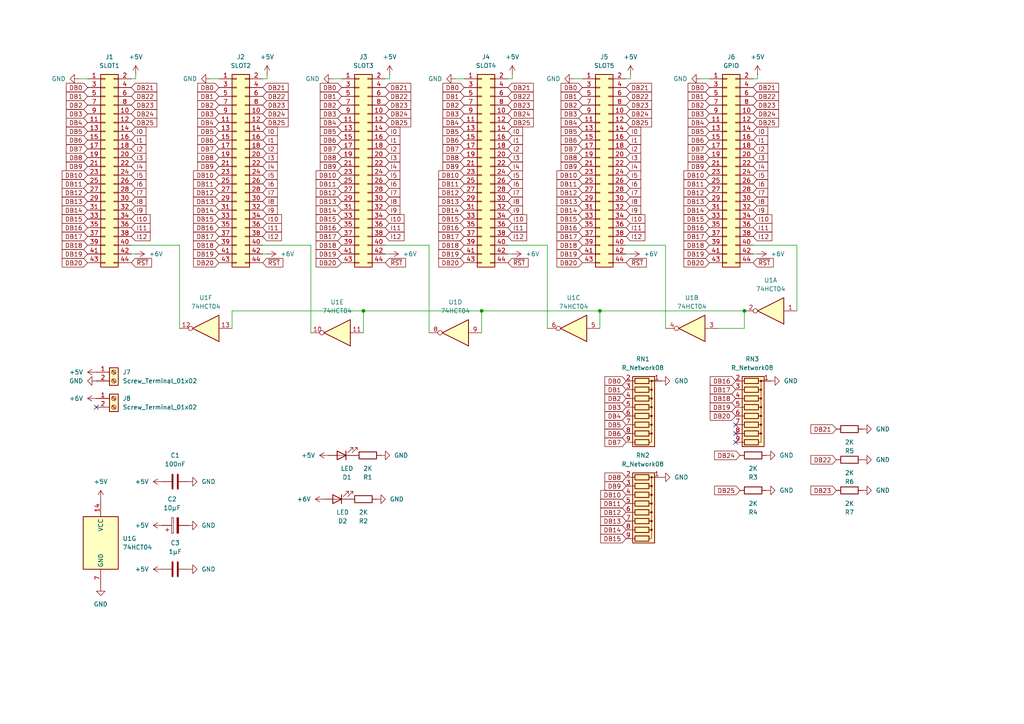
<source format=kicad_sch>
(kicad_sch (version 20231120) (generator "eeschema") (generator_version "8.0")
  (paper "A4")
  (junction (at 215.9 90.17))
  (junction (at 105.41 90.17))
  (junction (at 139.7 90.17))
  (junction (at 173.99 90.17))
  (no_connect (at 213.36 125.73))
  (no_connect (at 213.36 123.19))
  (no_connect (at 27.94 118.11))
  (no_connect (at 213.36 128.27))
  (wire (pts (xy 52.07 71.12) (xy 52.07 95.25)))
  (wire (pts (xy 39.37 22.86) (xy 38.1 22.86)))
  (wire (pts (xy 96.52 22.86) (xy 99.06 22.86)))
  (wire (pts (xy 158.75 95.25) (xy 158.75 71.12)))
  (wire (pts (xy 203.2 22.86) (xy 205.74 22.86)))
  (wire (pts (xy 105.41 96.52) (xy 105.41 90.17)))
  (wire (pts (xy 181.61 73.66) (xy 182.88 73.66)))
  (wire (pts (xy 147.32 73.66) (xy 148.59 73.66)))
  (wire (pts (xy 111.76 73.66) (xy 113.03 73.66)))
  (wire (pts (xy 219.71 22.86) (xy 218.44 22.86)))
  (wire (pts (xy 38.1 71.12) (xy 52.07 71.12)))
  (wire (pts (xy 139.7 96.52) (xy 139.7 90.17)))
  (wire (pts (xy 76.2 71.12) (xy 90.17 71.12)))
  (wire (pts (xy 67.31 95.25) (xy 67.31 90.17)))
  (wire (pts (xy 67.31 90.17) (xy 105.41 90.17)))
  (wire (pts (xy 39.37 21.59) (xy 39.37 22.86)))
  (wire (pts (xy 182.88 21.59) (xy 182.88 22.86)))
  (wire (pts (xy 173.99 95.25) (xy 173.99 90.17)))
  (wire (pts (xy 193.04 95.25) (xy 193.04 71.12)))
  (wire (pts (xy 77.47 21.59) (xy 77.47 22.86)))
  (wire (pts (xy 139.7 90.17) (xy 173.99 90.17)))
  (wire (pts (xy 173.99 90.17) (xy 215.9 90.17)))
  (wire (pts (xy 215.9 95.25) (xy 208.28 95.25)))
  (wire (pts (xy 148.59 22.86) (xy 147.32 22.86)))
  (wire (pts (xy 231.14 71.12) (xy 231.14 90.17)))
  (wire (pts (xy 166.37 22.86) (xy 168.91 22.86)))
  (wire (pts (xy 215.9 90.17) (xy 215.9 95.25)))
  (wire (pts (xy 60.96 22.86) (xy 63.5 22.86)))
  (wire (pts (xy 113.03 21.59) (xy 113.03 22.86)))
  (wire (pts (xy 132.08 22.86) (xy 134.62 22.86)))
  (wire (pts (xy 148.59 21.59) (xy 148.59 22.86)))
  (wire (pts (xy 124.46 71.12) (xy 124.46 96.52)))
  (wire (pts (xy 113.03 22.86) (xy 111.76 22.86)))
  (wire (pts (xy 182.88 22.86) (xy 181.61 22.86)))
  (wire (pts (xy 158.75 71.12) (xy 147.32 71.12)))
  (wire (pts (xy 76.2 73.66) (xy 77.47 73.66)))
  (wire (pts (xy 105.41 90.17) (xy 139.7 90.17)))
  (wire (pts (xy 22.86 22.86) (xy 25.4 22.86)))
  (wire (pts (xy 193.04 71.12) (xy 181.61 71.12)))
  (wire (pts (xy 38.1 73.66) (xy 39.37 73.66)))
  (wire (pts (xy 77.47 22.86) (xy 76.2 22.86)))
  (wire (pts (xy 218.44 73.66) (xy 219.71 73.66)))
  (wire (pts (xy 219.71 21.59) (xy 219.71 22.86)))
  (wire (pts (xy 111.76 71.12) (xy 124.46 71.12)))
  (wire (pts (xy 218.44 71.12) (xy 231.14 71.12)))
  (wire (pts (xy 90.17 71.12) (xy 90.17 96.52)))
  (global_label "DB24" (shape input) (at 218.44 33.02 0) (property "Intersheetrefs" "${INTERSHEET_REFS}" (effects (hide yes))))
  (global_label "I2" (shape input) (at 147.32 43.18 0) (property "Intersheetrefs" "${INTERSHEET_REFS}" (effects (hide yes))))
  (global_label "DB21" (shape input) (at 218.44 25.4 0) (property "Intersheetrefs" "${INTERSHEET_REFS}" (effects (hide yes))))
  (global_label "DB22" (shape input) (at 181.61 27.94 0) (property "Intersheetrefs" "${INTERSHEET_REFS}" (effects (hide yes))))
  (global_label "DB3" (shape input) (at 134.62 33.02 180) (property "Intersheetrefs" "${INTERSHEET_REFS}" (effects (hide yes))))
  (global_label "DB18" (shape input) (at 63.5 71.12 180) (property "Intersheetrefs" "${INTERSHEET_REFS}" (effects (hide yes))))
  (global_label "DB19" (shape input) (at 213.36 118.11 180) (property "Intersheetrefs" "${INTERSHEET_REFS}" (effects (hide yes))))
  (global_label "DB3" (shape input) (at 25.4 33.02 180) (property "Intersheetrefs" "${INTERSHEET_REFS}" (effects (hide yes))))
  (global_label "DB1" (shape input) (at 63.5 27.94 180) (property "Intersheetrefs" "${INTERSHEET_REFS}" (effects (hide yes))))
  (global_label "DB17" (shape input) (at 168.91 68.58 180) (property "Intersheetrefs" "${INTERSHEET_REFS}" (effects (hide yes))))
  (global_label "I5" (shape input) (at 111.76 50.8 0) (property "Intersheetrefs" "${INTERSHEET_REFS}" (effects (hide yes))))
  (global_label "DB15" (shape input) (at 205.74 63.5 180) (property "Intersheetrefs" "${INTERSHEET_REFS}" (effects (hide yes))))
  (global_label "DB7" (shape input) (at 205.74 43.18 180) (property "Intersheetrefs" "${INTERSHEET_REFS}" (effects (hide yes))))
  (global_label "I9" (shape input) (at 111.76 60.96 0) (property "Intersheetrefs" "${INTERSHEET_REFS}" (effects (hide yes))))
  (global_label "DB5" (shape input) (at 63.5 38.1 180) (property "Intersheetrefs" "${INTERSHEET_REFS}" (effects (hide yes))))
  (global_label "DB24" (shape input) (at 214.63 132.08 180) (property "Intersheetrefs" "${INTERSHEET_REFS}" (effects (hide yes))))
  (global_label "DB9" (shape input) (at 25.4 48.26 180) (property "Intersheetrefs" "${INTERSHEET_REFS}" (effects (hide yes))))
  (global_label "DB4" (shape input) (at 99.06 35.56 180) (property "Intersheetrefs" "${INTERSHEET_REFS}" (effects (hide yes))))
  (global_label "I10" (shape input) (at 147.32 63.5 0) (property "Intersheetrefs" "${INTERSHEET_REFS}" (effects (hide yes))))
  (global_label "DB10" (shape input) (at 99.06 50.8 180) (property "Intersheetrefs" "${INTERSHEET_REFS}" (effects (hide yes))))
  (global_label "DB18" (shape input) (at 99.06 71.12 180) (property "Intersheetrefs" "${INTERSHEET_REFS}" (effects (hide yes))))
  (global_label "DB13" (shape input) (at 181.61 151.13 180) (property "Intersheetrefs" "${INTERSHEET_REFS}" (effects (hide yes))))
  (global_label "DB0" (shape input) (at 181.61 110.49 180) (property "Intersheetrefs" "${INTERSHEET_REFS}" (effects (hide yes))))
  (global_label "DB24" (shape input) (at 76.2 33.02 0) (property "Intersheetrefs" "${INTERSHEET_REFS}" (effects (hide yes))))
  (global_label "DB6" (shape input) (at 134.62 40.64 180) (property "Intersheetrefs" "${INTERSHEET_REFS}" (effects (hide yes))))
  (global_label "DB6" (shape input) (at 168.91 40.64 180) (property "Intersheetrefs" "${INTERSHEET_REFS}" (effects (hide yes))))
  (global_label "I12" (shape input) (at 38.1 68.58 0) (property "Intersheetrefs" "${INTERSHEET_REFS}" (effects (hide yes))))
  (global_label "DB3" (shape input) (at 99.06 33.02 180) (property "Intersheetrefs" "${INTERSHEET_REFS}" (effects (hide yes))))
  (global_label "I3" (shape input) (at 181.61 45.72 0) (property "Intersheetrefs" "${INTERSHEET_REFS}" (effects (hide yes))))
  (global_label "DB22" (shape input) (at 76.2 27.94 0) (property "Intersheetrefs" "${INTERSHEET_REFS}" (effects (hide yes))))
  (global_label "DB25" (shape input) (at 76.2 35.56 0) (property "Intersheetrefs" "${INTERSHEET_REFS}" (effects (hide yes))))
  (global_label "DB17" (shape input) (at 213.36 113.03 180) (property "Intersheetrefs" "${INTERSHEET_REFS}" (effects (hide yes))))
  (global_label "DB2" (shape input) (at 134.62 30.48 180) (property "Intersheetrefs" "${INTERSHEET_REFS}" (effects (hide yes))))
  (global_label "I6" (shape input) (at 76.2 53.34 0) (property "Intersheetrefs" "${INTERSHEET_REFS}" (effects (hide yes))))
  (global_label "DB4" (shape input) (at 168.91 35.56 180) (property "Intersheetrefs" "${INTERSHEET_REFS}" (effects (hide yes))))
  (global_label "I1" (shape input) (at 38.1 40.64 0) (property "Intersheetrefs" "${INTERSHEET_REFS}" (effects (hide yes))))
  (global_label "DB19" (shape input) (at 168.91 73.66 180) (property "Intersheetrefs" "${INTERSHEET_REFS}" (effects (hide yes))))
  (global_label "DB15" (shape input) (at 25.4 63.5 180) (property "Intersheetrefs" "${INTERSHEET_REFS}" (effects (hide yes))))
  (global_label "DB23" (shape input) (at 111.76 30.48 0) (property "Intersheetrefs" "${INTERSHEET_REFS}" (effects (hide yes))))
  (global_label "~{RST}" (shape input) (at 181.61 76.2 0) (property "Intersheetrefs" "${INTERSHEET_REFS}" (effects (hide yes))))
  (global_label "DB19" (shape input) (at 99.06 73.66 180) (property "Intersheetrefs" "${INTERSHEET_REFS}" (effects (hide yes))))
  (global_label "DB18" (shape input) (at 213.36 115.57 180) (property "Intersheetrefs" "${INTERSHEET_REFS}" (effects (hide yes))))
  (global_label "DB19" (shape input) (at 134.62 73.66 180) (property "Intersheetrefs" "${INTERSHEET_REFS}" (effects (hide yes))))
  (global_label "DB3" (shape input) (at 168.91 33.02 180) (property "Intersheetrefs" "${INTERSHEET_REFS}" (effects (hide yes))))
  (global_label "I5" (shape input) (at 76.2 50.8 0) (property "Intersheetrefs" "${INTERSHEET_REFS}" (effects (hide yes))))
  (global_label "I1" (shape input) (at 111.76 40.64 0) (property "Intersheetrefs" "${INTERSHEET_REFS}" (effects (hide yes))))
  (global_label "I10" (shape input) (at 181.61 63.5 0) (property "Intersheetrefs" "${INTERSHEET_REFS}" (effects (hide yes))))
  (global_label "DB8" (shape input) (at 181.61 138.43 180) (property "Intersheetrefs" "${INTERSHEET_REFS}" (effects (hide yes))))
  (global_label "I4" (shape input) (at 76.2 48.26 0) (property "Intersheetrefs" "${INTERSHEET_REFS}" (effects (hide yes))))
  (global_label "DB15" (shape input) (at 134.62 63.5 180) (property "Intersheetrefs" "${INTERSHEET_REFS}" (effects (hide yes))))
  (global_label "DB8" (shape input) (at 25.4 45.72 180) (property "Intersheetrefs" "${INTERSHEET_REFS}" (effects (hide yes))))
  (global_label "DB23" (shape input) (at 242.57 142.24 180) (property "Intersheetrefs" "${INTERSHEET_REFS}" (effects (hide yes))))
  (global_label "DB12" (shape input) (at 63.5 55.88 180) (property "Intersheetrefs" "${INTERSHEET_REFS}" (effects (hide yes))))
  (global_label "I6" (shape input) (at 147.32 53.34 0) (property "Intersheetrefs" "${INTERSHEET_REFS}" (effects (hide yes))))
  (global_label "DB6" (shape input) (at 63.5 40.64 180) (property "Intersheetrefs" "${INTERSHEET_REFS}" (effects (hide yes))))
  (global_label "DB20" (shape input) (at 205.74 76.2 180) (property "Intersheetrefs" "${INTERSHEET_REFS}" (effects (hide yes))))
  (global_label "I7" (shape input) (at 218.44 55.88 0) (property "Intersheetrefs" "${INTERSHEET_REFS}" (effects (hide yes))))
  (global_label "DB10" (shape input) (at 168.91 50.8 180) (property "Intersheetrefs" "${INTERSHEET_REFS}" (effects (hide yes))))
  (global_label "DB16" (shape input) (at 205.74 66.04 180) (property "Intersheetrefs" "${INTERSHEET_REFS}" (effects (hide yes))))
  (global_label "DB18" (shape input) (at 134.62 71.12 180) (property "Intersheetrefs" "${INTERSHEET_REFS}" (effects (hide yes))))
  (global_label "I0" (shape input) (at 111.76 38.1 0) (property "Intersheetrefs" "${INTERSHEET_REFS}" (effects (hide yes))))
  (global_label "DB7" (shape input) (at 99.06 43.18 180) (property "Intersheetrefs" "${INTERSHEET_REFS}" (effects (hide yes))))
  (global_label "I7" (shape input) (at 76.2 55.88 0) (property "Intersheetrefs" "${INTERSHEET_REFS}" (effects (hide yes))))
  (global_label "I3" (shape input) (at 147.32 45.72 0) (property "Intersheetrefs" "${INTERSHEET_REFS}" (effects (hide yes))))
  (global_label "DB12" (shape input) (at 134.62 55.88 180) (property "Intersheetrefs" "${INTERSHEET_REFS}" (effects (hide yes))))
  (global_label "DB17" (shape input) (at 205.74 68.58 180) (property "Intersheetrefs" "${INTERSHEET_REFS}" (effects (hide yes))))
  (global_label "I11" (shape input) (at 218.44 66.04 0) (property "Intersheetrefs" "${INTERSHEET_REFS}" (effects (hide yes))))
  (global_label "DB22" (shape input) (at 38.1 27.94 0) (property "Intersheetrefs" "${INTERSHEET_REFS}" (effects (hide yes))))
  (global_label "DB0" (shape input) (at 63.5 25.4 180) (property "Intersheetrefs" "${INTERSHEET_REFS}" (effects (hide yes))))
  (global_label "DB2" (shape input) (at 168.91 30.48 180) (property "Intersheetrefs" "${INTERSHEET_REFS}" (effects (hide yes))))
  (global_label "I12" (shape input) (at 147.32 68.58 0) (property "Intersheetrefs" "${INTERSHEET_REFS}" (effects (hide yes))))
  (global_label "DB0" (shape input) (at 205.74 25.4 180) (property "Intersheetrefs" "${INTERSHEET_REFS}" (effects (hide yes))))
  (global_label "DB19" (shape input) (at 63.5 73.66 180) (property "Intersheetrefs" "${INTERSHEET_REFS}" (effects (hide yes))))
  (global_label "DB21" (shape input) (at 242.57 124.46 180) (property "Intersheetrefs" "${INTERSHEET_REFS}" (effects (hide yes))))
  (global_label "I10" (shape input) (at 218.44 63.5 0) (property "Intersheetrefs" "${INTERSHEET_REFS}" (effects (hide yes))))
  (global_label "I2" (shape input) (at 111.76 43.18 0) (property "Intersheetrefs" "${INTERSHEET_REFS}" (effects (hide yes))))
  (global_label "DB7" (shape input) (at 181.61 128.27 180) (property "Intersheetrefs" "${INTERSHEET_REFS}" (effects (hide yes))))
  (global_label "DB20" (shape input) (at 99.06 76.2 180) (property "Intersheetrefs" "${INTERSHEET_REFS}" (effects (hide yes))))
  (global_label "DB10" (shape input) (at 205.74 50.8 180) (property "Intersheetrefs" "${INTERSHEET_REFS}" (effects (hide yes))))
  (global_label "I7" (shape input) (at 181.61 55.88 0) (property "Intersheetrefs" "${INTERSHEET_REFS}" (effects (hide yes))))
  (global_label "I1" (shape input) (at 76.2 40.64 0) (property "Intersheetrefs" "${INTERSHEET_REFS}" (effects (hide yes))))
  (global_label "DB2" (shape input) (at 99.06 30.48 180) (property "Intersheetrefs" "${INTERSHEET_REFS}" (effects (hide yes))))
  (global_label "DB21" (shape input) (at 76.2 25.4 0) (property "Intersheetrefs" "${INTERSHEET_REFS}" (effects (hide yes))))
  (global_label "I2" (shape input) (at 218.44 43.18 0) (property "Intersheetrefs" "${INTERSHEET_REFS}" (effects (hide yes))))
  (global_label "I8" (shape input) (at 38.1 58.42 0) (property "Intersheetrefs" "${INTERSHEET_REFS}" (effects (hide yes))))
  (global_label "I10" (shape input) (at 111.76 63.5 0) (property "Intersheetrefs" "${INTERSHEET_REFS}" (effects (hide yes))))
  (global_label "DB16" (shape input) (at 99.06 66.04 180) (property "Intersheetrefs" "${INTERSHEET_REFS}" (effects (hide yes))))
  (global_label "DB1" (shape input) (at 168.91 27.94 180) (property "Intersheetrefs" "${INTERSHEET_REFS}" (effects (hide yes))))
  (global_label "DB23" (shape input) (at 218.44 30.48 0) (property "Intersheetrefs" "${INTERSHEET_REFS}" (effects (hide yes))))
  (global_label "DB15" (shape input) (at 181.61 156.21 180) (property "Intersheetrefs" "${INTERSHEET_REFS}" (effects (hide yes))))
  (global_label "~{RST}" (shape input) (at 147.32 76.2 0) (property "Intersheetrefs" "${INTERSHEET_REFS}" (effects (hide yes))))
  (global_label "I11" (shape input) (at 147.32 66.04 0) (property "Intersheetrefs" "${INTERSHEET_REFS}" (effects (hide yes))))
  (global_label "I3" (shape input) (at 218.44 45.72 0) (property "Intersheetrefs" "${INTERSHEET_REFS}" (effects (hide yes))))
  (global_label "DB9" (shape input) (at 205.74 48.26 180) (property "Intersheetrefs" "${INTERSHEET_REFS}" (effects (hide yes))))
  (global_label "I3" (shape input) (at 111.76 45.72 0) (property "Intersheetrefs" "${INTERSHEET_REFS}" (effects (hide yes))))
  (global_label "DB2" (shape input) (at 181.61 115.57 180) (property "Intersheetrefs" "${INTERSHEET_REFS}" (effects (hide yes))))
  (global_label "~{RST}" (shape input) (at 76.2 76.2 0) (property "Intersheetrefs" "${INTERSHEET_REFS}" (effects (hide yes))))
  (global_label "I1" (shape input) (at 147.32 40.64 0) (property "Intersheetrefs" "${INTERSHEET_REFS}" (effects (hide yes))))
  (global_label "DB17" (shape input) (at 134.62 68.58 180) (property "Intersheetrefs" "${INTERSHEET_REFS}" (effects (hide yes))))
  (global_label "DB20" (shape input) (at 63.5 76.2 180) (property "Intersheetrefs" "${INTERSHEET_REFS}" (effects (hide yes))))
  (global_label "I9" (shape input) (at 181.61 60.96 0) (property "Intersheetrefs" "${INTERSHEET_REFS}" (effects (hide yes))))
  (global_label "DB8" (shape input) (at 63.5 45.72 180) (property "Intersheetrefs" "${INTERSHEET_REFS}" (effects (hide yes))))
  (global_label "I9" (shape input) (at 76.2 60.96 0) (property "Intersheetrefs" "${INTERSHEET_REFS}" (effects (hide yes))))
  (global_label "I6" (shape input) (at 181.61 53.34 0) (property "Intersheetrefs" "${INTERSHEET_REFS}" (effects (hide yes))))
  (global_label "DB6" (shape input) (at 99.06 40.64 180) (property "Intersheetrefs" "${INTERSHEET_REFS}" (effects (hide yes))))
  (global_label "DB5" (shape input) (at 181.61 123.19 180) (property "Intersheetrefs" "${INTERSHEET_REFS}" (effects (hide yes))))
  (global_label "I8" (shape input) (at 111.76 58.42 0) (property "Intersheetrefs" "${INTERSHEET_REFS}" (effects (hide yes))))
  (global_label "I6" (shape input) (at 38.1 53.34 0) (property "Intersheetrefs" "${INTERSHEET_REFS}" (effects (hide yes))))
  (global_label "DB15" (shape input) (at 63.5 63.5 180) (property "Intersheetrefs" "${INTERSHEET_REFS}" (effects (hide yes))))
  (global_label "I5" (shape input) (at 181.61 50.8 0) (property "Intersheetrefs" "${INTERSHEET_REFS}" (effects (hide yes))))
  (global_label "I9" (shape input) (at 147.32 60.96 0) (property "Intersheetrefs" "${INTERSHEET_REFS}" (effects (hide yes))))
  (global_label "I10" (shape input) (at 76.2 63.5 0) (property "Intersheetrefs" "${INTERSHEET_REFS}" (effects (hide yes))))
  (global_label "DB18" (shape input) (at 25.4 71.12 180) (property "Intersheetrefs" "${INTERSHEET_REFS}" (effects (hide yes))))
  (global_label "I5" (shape input) (at 147.32 50.8 0) (property "Intersheetrefs" "${INTERSHEET_REFS}" (effects (hide yes))))
  (global_label "DB7" (shape input) (at 63.5 43.18 180) (property "Intersheetrefs" "${INTERSHEET_REFS}" (effects (hide yes))))
  (global_label "DB21" (shape input) (at 38.1 25.4 0) (property "Intersheetrefs" "${INTERSHEET_REFS}" (effects (hide yes))))
  (global_label "DB10" (shape input) (at 134.62 50.8 180) (property "Intersheetrefs" "${INTERSHEET_REFS}" (effects (hide yes))))
  (global_label "I12" (shape input) (at 181.61 68.58 0) (property "Intersheetrefs" "${INTERSHEET_REFS}" (effects (hide yes))))
  (global_label "DB4" (shape input) (at 205.74 35.56 180) (property "Intersheetrefs" "${INTERSHEET_REFS}" (effects (hide yes))))
  (global_label "I11" (shape input) (at 181.61 66.04 0) (property "Intersheetrefs" "${INTERSHEET_REFS}" (effects (hide yes))))
  (global_label "DB12" (shape input) (at 205.74 55.88 180) (property "Intersheetrefs" "${INTERSHEET_REFS}" (effects (hide yes))))
  (global_label "DB1" (shape input) (at 205.74 27.94 180) (property "Intersheetrefs" "${INTERSHEET_REFS}" (effects (hide yes))))
  (global_label "I4" (shape input) (at 218.44 48.26 0) (property "Intersheetrefs" "${INTERSHEET_REFS}" (effects (hide yes))))
  (global_label "DB4" (shape input) (at 25.4 35.56 180) (property "Intersheetrefs" "${INTERSHEET_REFS}" (effects (hide yes))))
  (global_label "I2" (shape input) (at 76.2 43.18 0) (property "Intersheetrefs" "${INTERSHEET_REFS}" (effects (hide yes))))
  (global_label "~{RST}" (shape input) (at 218.44 76.2 0) (property "Intersheetrefs" "${INTERSHEET_REFS}" (effects (hide yes))))
  (global_label "DB17" (shape input) (at 63.5 68.58 180) (property "Intersheetrefs" "${INTERSHEET_REFS}" (effects (hide yes))))
  (global_label "DB2" (shape input) (at 205.74 30.48 180) (property "Intersheetrefs" "${INTERSHEET_REFS}" (effects (hide yes))))
  (global_label "I7" (shape input) (at 111.76 55.88 0) (property "Intersheetrefs" "${INTERSHEET_REFS}" (effects (hide yes))))
  (global_label "DB24" (shape input) (at 181.61 33.02 0) (property "Intersheetrefs" "${INTERSHEET_REFS}" (effects (hide yes))))
  (global_label "DB10" (shape input) (at 25.4 50.8 180) (property "Intersheetrefs" "${INTERSHEET_REFS}" (effects (hide yes))))
  (global_label "DB20" (shape input) (at 25.4 76.2 180) (property "Intersheetrefs" "${INTERSHEET_REFS}" (effects (hide yes))))
  (global_label "I3" (shape input) (at 38.1 45.72 0) (property "Intersheetrefs" "${INTERSHEET_REFS}" (effects (hide yes))))
  (global_label "DB25" (shape input) (at 111.76 35.56 0) (property "Intersheetrefs" "${INTERSHEET_REFS}" (effects (hide yes))))
  (global_label "I0" (shape input) (at 181.61 38.1 0) (property "Intersheetrefs" "${INTERSHEET_REFS}" (effects (hide yes))))
  (global_label "DB7" (shape input) (at 134.62 43.18 180) (property "Intersheetrefs" "${INTERSHEET_REFS}" (effects (hide yes))))
  (global_label "DB9" (shape input) (at 134.62 48.26 180) (property "Intersheetrefs" "${INTERSHEET_REFS}" (effects (hide yes))))
  (global_label "I11" (shape input) (at 38.1 66.04 0) (property "Intersheetrefs" "${INTERSHEET_REFS}" (effects (hide yes))))
  (global_label "I9" (shape input) (at 218.44 60.96 0) (property "Intersheetrefs" "${INTERSHEET_REFS}" (effects (hide yes))))
  (global_label "DB14" (shape input) (at 99.06 60.96 180) (property "Intersheetrefs" "${INTERSHEET_REFS}" (effects (hide yes))))
  (global_label "DB5" (shape input) (at 25.4 38.1 180) (property "Intersheetrefs" "${INTERSHEET_REFS}" (effects (hide yes))))
  (global_label "DB3" (shape input) (at 205.74 33.02 180) (property "Intersheetrefs" "${INTERSHEET_REFS}" (effects (hide yes))))
  (global_label "I4" (shape input) (at 111.76 48.26 0) (property "Intersheetrefs" "${INTERSHEET_REFS}" (effects (hide yes))))
  (global_label "DB25" (shape input) (at 38.1 35.56 0) (property "Intersheetrefs" "${INTERSHEET_REFS}" (effects (hide yes))))
  (global_label "DB1" (shape input) (at 25.4 27.94 180) (property "Intersheetrefs" "${INTERSHEET_REFS}" (effects (hide yes))))
  (global_label "DB5" (shape input) (at 168.91 38.1 180) (property "Intersheetrefs" "${INTERSHEET_REFS}" (effects (hide yes))))
  (global_label "DB23" (shape input) (at 181.61 30.48 0) (property "Intersheetrefs" "${INTERSHEET_REFS}" (effects (hide yes))))
  (global_label "DB21" (shape input) (at 147.32 25.4 0) (property "Intersheetrefs" "${INTERSHEET_REFS}" (effects (hide yes))))
  (global_label "DB20" (shape input) (at 213.36 120.65 180) (property "Intersheetrefs" "${INTERSHEET_REFS}" (effects (hide yes))))
  (global_label "DB3" (shape input) (at 63.5 33.02 180) (property "Intersheetrefs" "${INTERSHEET_REFS}" (effects (hide yes))))
  (global_label "I0" (shape input) (at 147.32 38.1 0) (property "Intersheetrefs" "${INTERSHEET_REFS}" (effects (hide yes))))
  (global_label "DB19" (shape input) (at 25.4 73.66 180) (property "Intersheetrefs" "${INTERSHEET_REFS}" (effects (hide yes))))
  (global_label "DB9" (shape input) (at 99.06 48.26 180) (property "Intersheetrefs" "${INTERSHEET_REFS}" (effects (hide yes))))
  (global_label "DB5" (shape input) (at 99.06 38.1 180) (property "Intersheetrefs" "${INTERSHEET_REFS}" (effects (hide yes))))
  (global_label "DB4" (shape input) (at 134.62 35.56 180) (property "Intersheetrefs" "${INTERSHEET_REFS}" (effects (hide yes))))
  (global_label "DB25" (shape input) (at 181.61 35.56 0) (property "Intersheetrefs" "${INTERSHEET_REFS}" (effects (hide yes))))
  (global_label "DB1" (shape input) (at 134.62 27.94 180) (property "Intersheetrefs" "${INTERSHEET_REFS}" (effects (hide yes))))
  (global_label "DB12" (shape input) (at 181.61 148.59 180) (property "Intersheetrefs" "${INTERSHEET_REFS}" (effects (hide yes))))
  (global_label "DB16" (shape input) (at 168.91 66.04 180) (property "Intersheetrefs" "${INTERSHEET_REFS}" (effects (hide yes))))
  (global_label "DB11" (shape input) (at 25.4 53.34 180) (property "Intersheetrefs" "${INTERSHEET_REFS}" (effects (hide yes))))
  (global_label "DB21" (shape input) (at 111.76 25.4 0) (property "Intersheetrefs" "${INTERSHEET_REFS}" (effects (hide yes))))
  (global_label "I6" (shape input) (at 111.76 53.34 0) (property "Intersheetrefs" "${INTERSHEET_REFS}" (effects (hide yes))))
  (global_label "DB14" (shape input) (at 134.62 60.96 180) (property "Intersheetrefs" "${INTERSHEET_REFS}" (effects (hide yes))))
  (global_label "DB13" (shape input) (at 99.06 58.42 180) (property "Intersheetrefs" "${INTERSHEET_REFS}" (effects (hide yes))))
  (global_label "DB22" (shape input) (at 147.32 27.94 0) (property "Intersheetrefs" "${INTERSHEET_REFS}" (effects (hide yes))))
  (global_label "DB7" (shape input) (at 168.91 43.18 180) (property "Intersheetrefs" "${INTERSHEET_REFS}" (effects (hide yes))))
  (global_label "I0" (shape input) (at 76.2 38.1 0) (property "Intersheetrefs" "${INTERSHEET_REFS}" (effects (hide yes))))
  (global_label "DB24" (shape input) (at 147.32 33.02 0) (property "Intersheetrefs" "${INTERSHEET_REFS}" (effects (hide yes))))
  (global_label "DB10" (shape input) (at 181.61 143.51 180) (property "Intersheetrefs" "${INTERSHEET_REFS}" (effects (hide yes))))
  (global_label "I6" (shape input) (at 218.44 53.34 0) (property "Intersheetrefs" "${INTERSHEET_REFS}" (effects (hide yes))))
  (global_label "DB22" (shape input) (at 111.76 27.94 0) (property "Intersheetrefs" "${INTERSHEET_REFS}" (effects (hide yes))))
  (global_label "I12" (shape input) (at 76.2 68.58 0) (property "Intersheetrefs" "${INTERSHEET_REFS}" (effects (hide yes))))
  (global_label "DB22" (shape input) (at 242.57 133.35 180) (property "Intersheetrefs" "${INTERSHEET_REFS}" (effects (hide yes))))
  (global_label "I0" (shape input) (at 218.44 38.1 0) (property "Intersheetrefs" "${INTERSHEET_REFS}" (effects (hide yes))))
  (global_label "DB2" (shape input) (at 25.4 30.48 180) (property "Intersheetrefs" "${INTERSHEET_REFS}" (effects (hide yes))))
  (global_label "DB0" (shape input) (at 99.06 25.4 180) (property "Intersheetrefs" "${INTERSHEET_REFS}" (effects (hide yes))))
  (global_label "DB15" (shape input) (at 168.91 63.5 180) (property "Intersheetrefs" "${INTERSHEET_REFS}" (effects (hide yes))))
  (global_label "I0" (shape input) (at 38.1 38.1 0) (property "Intersheetrefs" "${INTERSHEET_REFS}" (effects (hide yes))))
  (global_label "DB2" (shape input) (at 63.5 30.48 180) (property "Intersheetrefs" "${INTERSHEET_REFS}" (effects (hide yes))))
  (global_label "DB0" (shape input) (at 134.62 25.4 180) (property "Intersheetrefs" "${INTERSHEET_REFS}" (effects (hide yes))))
  (global_label "I8" (shape input) (at 218.44 58.42 0) (property "Intersheetrefs" "${INTERSHEET_REFS}" (effects (hide yes))))
  (global_label "DB8" (shape input) (at 134.62 45.72 180) (property "Intersheetrefs" "${INTERSHEET_REFS}" (effects (hide yes))))
  (global_label "DB13" (shape input) (at 63.5 58.42 180) (property "Intersheetrefs" "${INTERSHEET_REFS}" (effects (hide yes))))
  (global_label "DB24" (shape input) (at 38.1 33.02 0) (property "Intersheetrefs" "${INTERSHEET_REFS}" (effects (hide yes))))
  (global_label "DB8" (shape input) (at 205.74 45.72 180) (property "Intersheetrefs" "${INTERSHEET_REFS}" (effects (hide yes))))
  (global_label "I12" (shape input) (at 111.76 68.58 0) (property "Intersheetrefs" "${INTERSHEET_REFS}" (effects (hide yes))))
  (global_label "DB25" (shape input) (at 214.63 142.24 180) (property "Intersheetrefs" "${INTERSHEET_REFS}" (effects (hide yes))))
  (global_label "I7" (shape input) (at 147.32 55.88 0) (property "Intersheetrefs" "${INTERSHEET_REFS}" (effects (hide yes))))
  (global_label "I8" (shape input) (at 76.2 58.42 0) (property "Intersheetrefs" "${INTERSHEET_REFS}" (effects (hide yes))))
  (global_label "I11" (shape input) (at 111.76 66.04 0) (property "Intersheetrefs" "${INTERSHEET_REFS}" (effects (hide yes))))
  (global_label "DB16" (shape input) (at 213.36 110.49 180) (property "Intersheetrefs" "${INTERSHEET_REFS}" (effects (hide yes))))
  (global_label "I4" (shape input) (at 147.32 48.26 0) (property "Intersheetrefs" "${INTERSHEET_REFS}" (effects (hide yes))))
  (global_label "DB18" (shape input) (at 168.91 71.12 180) (property "Intersheetrefs" "${INTERSHEET_REFS}" (effects (hide yes))))
  (global_label "DB1" (shape input) (at 181.61 113.03 180) (property "Intersheetrefs" "${INTERSHEET_REFS}" (effects (hide yes))))
  (global_label "I1" (shape input) (at 218.44 40.64 0) (property "Intersheetrefs" "${INTERSHEET_REFS}" (effects (hide yes))))
  (global_label "DB16" (shape input) (at 63.5 66.04 180) (property "Intersheetrefs" "${INTERSHEET_REFS}" (effects (hide yes))))
  (global_label "I8" (shape input) (at 147.32 58.42 0) (property "Intersheetrefs" "${INTERSHEET_REFS}" (effects (hide yes))))
  (global_label "DB18" (shape input) (at 205.74 71.12 180) (property "Intersheetrefs" "${INTERSHEET_REFS}" (effects (hide yes))))
  (global_label "DB14" (shape input) (at 25.4 60.96 180) (property "Intersheetrefs" "${INTERSHEET_REFS}" (effects (hide yes))))
  (global_label "DB8" (shape input) (at 168.91 45.72 180) (property "Intersheetrefs" "${INTERSHEET_REFS}" (effects (hide yes))))
  (global_label "DB6" (shape input) (at 25.4 40.64 180) (property "Intersheetrefs" "${INTERSHEET_REFS}" (effects (hide yes))))
  (global_label "DB11" (shape input) (at 63.5 53.34 180) (property "Intersheetrefs" "${INTERSHEET_REFS}" (effects (hide yes))))
  (global_label "~{RST}" (shape input) (at 111.76 76.2 0) (property "Intersheetrefs" "${INTERSHEET_REFS}" (effects (hide yes))))
  (global_label "DB16" (shape input) (at 134.62 66.04 180) (property "Intersheetrefs" "${INTERSHEET_REFS}" (effects (hide yes))))
  (global_label "DB21" (shape input) (at 181.61 25.4 0) (property "Intersheetrefs" "${INTERSHEET_REFS}" (effects (hide yes))))
  (global_label "DB14" (shape input) (at 168.91 60.96 180) (property "Intersheetrefs" "${INTERSHEET_REFS}" (effects (hide yes))))
  (global_label "DB0" (shape input) (at 25.4 25.4 180) (property "Intersheetrefs" "${INTERSHEET_REFS}" (effects (hide yes))))
  (global_label "DB7" (shape input) (at 25.4 43.18 180) (property "Intersheetrefs" "${INTERSHEET_REFS}" (effects (hide yes))))
  (global_label "DB8" (shape input) (at 99.06 45.72 180) (property "Intersheetrefs" "${INTERSHEET_REFS}" (effects (hide yes))))
  (global_label "I1" (shape input) (at 181.61 40.64 0) (property "Intersheetrefs" "${INTERSHEET_REFS}" (effects (hide yes))))
  (global_label "DB13" (shape input) (at 205.74 58.42 180) (property "Intersheetrefs" "${INTERSHEET_REFS}" (effects (hide yes))))
  (global_label "DB12" (shape input) (at 25.4 55.88 180) (property "Intersheetrefs" "${INTERSHEET_REFS}" (effects (hide yes))))
  (global_label "DB14" (shape input) (at 181.61 153.67 180) (property "Intersheetrefs" "${INTERSHEET_REFS}" (effects (hide yes))))
  (global_label "I9" (shape input) (at 38.1 60.96 0) (property "Intersheetrefs" "${INTERSHEET_REFS}" (effects (hide yes))))
  (global_label "DB9" (shape input) (at 168.91 48.26 180) (property "Intersheetrefs" "${INTERSHEET_REFS}" (effects (hide yes))))
  (global_label "DB0" (shape input) (at 168.91 25.4 180) (property "Intersheetrefs" "${INTERSHEET_REFS}" (effects (hide yes))))
  (global_label "DB11" (shape input) (at 134.62 53.34 180) (property "Intersheetrefs" "${INTERSHEET_REFS}" (effects (hide yes))))
  (global_label "I4" (shape input) (at 38.1 48.26 0) (property "Intersheetrefs" "${INTERSHEET_REFS}" (effects (hide yes))))
  (global_label "DB23" (shape input) (at 38.1 30.48 0) (property "Intersheetrefs" "${INTERSHEET_REFS}" (effects (hide yes))))
  (global_label "DB23" (shape input) (at 147.32 30.48 0) (property "Intersheetrefs" "${INTERSHEET_REFS}" (effects (hide yes))))
  (global_label "DB4" (shape input) (at 63.5 35.56 180) (property "Intersheetrefs" "${INTERSHEET_REFS}" (effects (hide yes))))
  (global_label "DB9" (shape input) (at 181.61 140.97 180) (property "Intersheetrefs" "${INTERSHEET_REFS}" (effects (hide yes))))
  (global_label "DB4" (shape input) (at 181.61 120.65 180) (property "Intersheetrefs" "${INTERSHEET_REFS}" (effects (hide yes))))
  (global_label "I4" (shape input) (at 181.61 48.26 0) (property "Intersheetrefs" "${INTERSHEET_REFS}" (effects (hide yes))))
  (global_label "DB5" (shape input) (at 134.62 38.1 180) (property "Intersheetrefs" "${INTERSHEET_REFS}" (effects (hide yes))))
  (global_label "DB25" (shape input) (at 218.44 35.56 0) (property "Intersheetrefs" "${INTERSHEET_REFS}" (effects (hide yes))))
  (global_label "DB17" (shape input) (at 25.4 68.58 180) (property "Intersheetrefs" "${INTERSHEET_REFS}" (effects (hide yes))))
  (global_label "DB6" (shape input) (at 181.61 125.73 180) (property "Intersheetrefs" "${INTERSHEET_REFS}" (effects (hide yes))))
  (global_label "DB5" (shape input) (at 205.74 38.1 180) (property "Intersheetrefs" "${INTERSHEET_REFS}" (effects (hide yes))))
  (global_label "DB15" (shape input) (at 99.06 63.5 180) (property "Intersheetrefs" "${INTERSHEET_REFS}" (effects (hide yes))))
  (global_label "~{RST}" (shape input) (at 38.1 76.2 0) (property "Intersheetrefs" "${INTERSHEET_REFS}" (effects (hide yes))))
  (global_label "DB25" (shape input) (at 147.32 35.56 0) (property "Intersheetrefs" "${INTERSHEET_REFS}" (effects (hide yes))))
  (global_label "DB17" (shape input) (at 99.06 68.58 180) (property "Intersheetrefs" "${INTERSHEET_REFS}" (effects (hide yes))))
  (global_label "DB9" (shape input) (at 63.5 48.26 180) (property "Intersheetrefs" "${INTERSHEET_REFS}" (effects (hide yes))))
  (global_label "DB1" (shape input) (at 99.06 27.94 180) (property "Intersheetrefs" "${INTERSHEET_REFS}" (effects (hide yes))))
  (global_label "DB3" (shape input) (at 181.61 118.11 180) (property "Intersheetrefs" "${INTERSHEET_REFS}" (effects (hide yes))))
  (global_label "DB20" (shape input) (at 134.62 76.2 180) (property "Intersheetrefs" "${INTERSHEET_REFS}" (effects (hide yes))))
  (global_label "DB10" (shape input) (at 63.5 50.8 180) (property "Intersheetrefs" "${INTERSHEET_REFS}" (effects (hide yes))))
  (global_label "DB11" (shape input) (at 181.61 146.05 180) (property "Intersheetrefs" "${INTERSHEET_REFS}" (effects (hide yes))))
  (global_label "DB6" (shape input) (at 205.74 40.64 180) (property "Intersheetrefs" "${INTERSHEET_REFS}" (effects (hide yes))))
  (global_label "I3" (shape input) (at 76.2 45.72 0) (property "Intersheetrefs" "${INTERSHEET_REFS}" (effects (hide yes))))
  (global_label "DB12" (shape input) (at 99.06 55.88 180) (property "Intersheetrefs" "${INTERSHEET_REFS}" (effects (hide yes))))
  (global_label "DB16" (shape input) (at 25.4 66.04 180) (property "Intersheetrefs" "${INTERSHEET_REFS}" (effects (hide yes))))
  (global_label "DB20" (shape input) (at 168.91 76.2 180) (property "Intersheetrefs" "${INTERSHEET_REFS}" (effects (hide yes))))
  (global_label "I10" (shape input) (at 38.1 63.5 0) (property "Intersheetrefs" "${INTERSHEET_REFS}" (effects (hide yes))))
  (global_label "I7" (shape input) (at 38.1 55.88 0) (property "Intersheetrefs" "${INTERSHEET_REFS}" (effects (hide yes))))
  (global_label "I11" (shape input) (at 76.2 66.04 0) (property "Intersheetrefs" "${INTERSHEET_REFS}" (effects (hide yes))))
  (global_label "DB11" (shape input) (at 168.91 53.34 180) (property "Intersheetrefs" "${INTERSHEET_REFS}" (effects (hide yes))))
  (global_label "DB14" (shape input) (at 205.74 60.96 180) (property "Intersheetrefs" "${INTERSHEET_REFS}" (effects (hide yes))))
  (global_label "DB13" (shape input) (at 25.4 58.42 180) (property "Intersheetrefs" "${INTERSHEET_REFS}" (effects (hide yes))))
  (global_label "DB11" (shape input) (at 99.06 53.34 180) (property "Intersheetrefs" "${INTERSHEET_REFS}" (effects (hide yes))))
  (global_label "I12" (shape input) (at 218.44 68.58 0) (property "Intersheetrefs" "${INTERSHEET_REFS}" (effects (hide yes))))
  (global_label "I5" (shape input) (at 38.1 50.8 0) (property "Intersheetrefs" "${INTERSHEET_REFS}" (effects (hide yes))))
  (global_label "I2" (shape input) (at 38.1 43.18 0) (property "Intersheetrefs" "${INTERSHEET_REFS}" (effects (hide yes))))
  (global_label "DB12" (shape input) (at 168.91 55.88 180) (property "Intersheetrefs" "${INTERSHEET_REFS}" (effects (hide yes))))
  (global_label "DB22" (shape input) (at 218.44 27.94 0) (property "Intersheetrefs" "${INTERSHEET_REFS}" (effects (hide yes))))
  (global_label "DB19" (shape input) (at 205.74 73.66 180) (property "Intersheetrefs" "${INTERSHEET_REFS}" (effects (hide yes))))
  (global_label "I5" (shape input) (at 218.44 50.8 0) (property "Intersheetrefs" "${INTERSHEET_REFS}" (effects (hide yes))))
  (global_label "DB11" (shape input) (at 205.74 53.34 180) (property "Intersheetrefs" "${INTERSHEET_REFS}" (effects (hide yes))))
  (global_label "DB14" (shape input) (at 63.5 60.96 180) (property "Intersheetrefs" "${INTERSHEET_REFS}" (effects (hide yes))))
  (global_label "I2" (shape input) (at 181.61 43.18 0) (property "Intersheetrefs" "${INTERSHEET_REFS}" (effects (hide yes))))
  (global_label "I8" (shape input) (at 181.61 58.42 0) (property "Intersheetrefs" "${INTERSHEET_REFS}" (effects (hide yes))))
  (global_label "DB24" (shape input) (at 111.76 33.02 0) (property "Intersheetrefs" "${INTERSHEET_REFS}" (effects (hide yes))))
  (global_label "DB23" (shape input) (at 76.2 30.48 0) (property "Intersheetrefs" "${INTERSHEET_REFS}" (effects (hide yes))))
  (global_label "DB13" (shape input) (at 168.91 58.42 180) (property "Intersheetrefs" "${INTERSHEET_REFS}" (effects (hide yes))))
  (global_label "DB13" (shape input) (at 134.62 58.42 180) (property "Intersheetrefs" "${INTERSHEET_REFS}" (effects (hide yes))))
  (symbol (lib_id "power:+5V") (at 29.21 144.78 0) (unit 1)
    (property "Reference" "#PWR09" (effects (hide yes)))
    (property "Value" "+5V" (at 29.21 139.7 0))
    (property "Description" "Power symbol creates a global label with name \"+5V\"" (effects (hide yes)))
  )
  (symbol (lib_id "power:GND") (at 250.19 142.24 90) (unit 1)
    (property "Reference" "#PWR041" (effects (hide yes)))
    (property "Value" "GND" (at 254 142.2399 90) (effects (justify right)))
    (property "Description" "Power symbol creates a global label with name \"GND\" , ground" (effects (hide yes)))
  )
  (symbol (lib_id "Device:C") (at 50.8 139.7 90) (unit 1)
    (property "Reference" "C1" (at 50.8 132.08 90))
    (property "Value" "100nF" (at 50.8 134.62 90))
    (property "Footprint" "Capacitor_SMD:C_0805_2012Metric_Pad1.18x1.45mm_HandSolder" (effects (hide yes)))
  )
  (symbol (lib_id "power:+6V") (at 27.94 115.57 90) (unit 1)
    (property "Reference" "#PWR031" (effects (hide yes)))
    (property "Value" "+6V" (at 24.13 115.5699 90) (effects (justify left)))
    (property "Description" "Power symbol creates a global label with name \"+6V\"" (effects (hide yes)))
  )
  (symbol (lib_id "power:+6V") (at 182.88 73.66 270) (unit 1)
    (property "Reference" "#PWR023" (effects (hide yes)))
    (property "Value" "+6V" (at 186.69 73.6599 90) (effects (justify left)))
    (property "Description" "Power symbol creates a global label with name \"+6V\"" (effects (hide yes)))
  )
  (symbol (lib_id "Device:LED") (at 97.79 144.78 180) (unit 1)
    (property "Reference" "D2" (at 99.3775 151.13 0))
    (property "Value" "LED" (at 99.3775 148.59 0))
    (property "Footprint" "LED_SMD:LED_1206_3216Metric_Pad1.42x1.75mm_HandSolder" (effects (hide yes)))
  )
  (symbol (lib_id "74xx:74HCT04") (at 132.08 96.52 180) (unit 4)
    (property "Reference" "U1" (at 132.08 87.63 0))
    (property "Value" "74HCT04" (at 132.08 90.17 0))
    (property "Footprint" "Package_DIP:DIP-14_W7.62mm" (effects (hide yes)))
    (property "Datasheet" "https://assets.nexperia.com/documents/data-sheet/74HC_HCT04.pdf" (effects (hide yes)))
    (property "Description" "Hex Inverter" (effects (hide yes)))
  )
  (symbol (lib_id "Device:LED") (at 99.06 132.08 180) (unit 1)
    (property "Reference" "D1" (at 100.6475 138.43 0))
    (property "Value" "LED" (at 100.6475 135.89 0))
    (property "Footprint" "LED_SMD:LED_1206_3216Metric_Pad1.42x1.75mm_HandSolder" (effects (hide yes)))
  )
  (symbol (lib_id "Device:R_Network08") (at 186.69 120.65 270) (unit 1)
    (property "Reference" "RN1" (at 186.436 104.14 90))
    (property "Value" "R_Network08" (at 186.436 106.68 90))
    (property "Footprint" "Resistor_THT:R_Array_SIP9" (effects (hide yes)))
    (property "Datasheet" "http://www.vishay.com/docs/31509/csc.pdf" (effects (hide yes)))
  )
  (symbol (lib_id "Device:R") (at 218.44 142.24 270) (unit 1)
    (property "Reference" "R4" (at 218.44 148.59 90))
    (property "Value" "2K" (at 218.44 146.05 90))
    (property "Footprint" "Resistor_SMD:R_1206_3216Metric_Pad1.30x1.75mm_HandSolder" (effects (hide yes)))
    (property "VerilogCode" "assign _1 = _2;" (effects (hide yes)))
  )
  (symbol (lib_id "power:+5V") (at 46.99 165.1 90) (unit 1)
    (property "Reference" "#PWR010" (effects (hide yes)))
    (property "Value" "+5V" (at 43.18 165.0999 90) (effects (justify left)))
    (property "Description" "Power symbol creates a global label with name \"+5V\"" (effects (hide yes)))
  )
  (symbol (lib_id "power:GND") (at 110.49 132.08 90) (unit 1)
    (property "Reference" "#PWR027" (effects (hide yes)))
    (property "Value" "GND" (at 114.3 132.0799 90) (effects (justify right)))
    (property "Description" "Power symbol creates a global label with name \"GND\" , ground" (effects (hide yes)))
  )
  (symbol (lib_id "power:GND") (at 203.2 22.86 270) (unit 1)
    (property "Reference" "#PWR024" (effects (hide yes)))
    (property "Value" "GND" (at 199.39 22.8599 90) (effects (justify right)))
    (property "Description" "Power symbol creates a global label with name \"GND\" , ground" (effects (hide yes)))
  )
  (symbol (lib_id "power:+5V") (at 148.59 21.59 0) (unit 1)
    (property "Reference" "#PWR019" (effects (hide yes)))
    (property "Value" "+5V" (at 148.59 16.51 0))
    (property "Description" "Power symbol creates a global label with name \"+5V\"" (effects (hide yes)))
  )
  (symbol (lib_id "power:GND") (at 96.52 22.86 270) (unit 1)
    (property "Reference" "#PWR015" (effects (hide yes)))
    (property "Value" "GND" (at 92.71 22.8599 90) (effects (justify right)))
    (property "Description" "Power symbol creates a global label with name \"GND\" , ground" (effects (hide yes)))
  )
  (symbol (lib_id "power:+5V") (at 95.25 132.08 90) (unit 1)
    (property "Reference" "#PWR028" (effects (hide yes)))
    (property "Value" "+5V" (at 91.44 132.0799 90) (effects (justify left)))
    (property "Description" "Power symbol creates a global label with name \"+5V\"" (effects (hide yes)))
  )
  (symbol (lib_id "power:GND") (at 222.25 132.08 90) (unit 1)
    (property "Reference" "#PWR037" (effects (hide yes)))
    (property "Value" "GND" (at 226.06 132.0799 90) (effects (justify right)))
    (property "Description" "Power symbol creates a global label with name \"GND\" , ground" (effects (hide yes)))
  )
  (symbol (lib_id "power:+6V") (at 39.37 73.66 270) (unit 1)
    (property "Reference" "#PWR07" (effects (hide yes)))
    (property "Value" "+6V" (at 43.18 73.6599 90) (effects (justify left)))
    (property "Description" "Power symbol creates a global label with name \"+6V\"" (effects (hide yes)))
  )
  (symbol (lib_id "power:GND") (at 223.52 110.49 90) (unit 1)
    (property "Reference" "#PWR036" (effects (hide yes)))
    (property "Value" "GND" (at 227.33 110.4899 90) (effects (justify right)))
    (property "Description" "Power symbol creates a global label with name \"GND\" , ground" (effects (hide yes)))
  )
  (symbol (lib_id "power:+5V") (at 46.99 152.4 90) (unit 1)
    (property "Reference" "#PWR03" (effects (hide yes)))
    (property "Value" "+5V" (at 43.18 152.3999 90) (effects (justify left)))
    (property "Description" "Power symbol creates a global label with name \"+5V\"" (effects (hide yes)))
  )
  (symbol (lib_id "power:GND") (at 22.86 22.86 270) (unit 1)
    (property "Reference" "#PWR01" (effects (hide yes)))
    (property "Value" "GND" (at 19.05 22.8599 90) (effects (justify right)))
    (property "Description" "Power symbol creates a global label with name \"GND\" , ground" (effects (hide yes)))
  )
  (symbol (lib_id "power:+5V") (at 219.71 21.59 0) (unit 1)
    (property "Reference" "#PWR025" (effects (hide yes)))
    (property "Value" "+5V" (at 219.71 16.51 0))
    (property "Description" "Power symbol creates a global label with name \"+5V\"" (effects (hide yes)))
  )
  (symbol (lib_id "Connector_Generic:Conn_02x22_Odd_Even") (at 30.48 48.26 0) (unit 1)
    (property "Reference" "J1" (at 31.75 16.51 0))
    (property "Value" "SLOT1" (at 31.75 19.05 0))
    (property "Footprint" "Connector_PinHeader_2.54mm:PinHeader_2x22_P2.54mm_Vertical" (effects (hide yes)))
    (property "Description" "Generic connector, double row, 02x22, odd/even pin numbering scheme (row 1 odd numbers, row 2 even numbers), script generated (kicad-library-utils/schlib/autogen/connector/)" (effects (hide yes)))
    (property "VerilogModulePort" "3, 4, 5, 6, 7, 8, 9, 10, 11, 12, 13, 14, 15, 16, 17, 18, 19, 20, 21, 22, 23, 24, 25, 26, 27, 28, 29, 30, 31, 32, 33, 34, 35, 36, 37, 38, 39, 40, 41, 43, 44" (effects (hide yes)))
  )
  (symbol (lib_id "Connector_Generic:Conn_02x22_Odd_Even") (at 139.7 48.26 0) (unit 1)
    (property "Reference" "J4" (at 140.97 16.51 0))
    (property "Value" "SLOT4" (at 140.97 19.05 0))
    (property "Footprint" "Connector_PinHeader_2.54mm:PinHeader_2x22_P2.54mm_Vertical" (effects (hide yes)))
    (property "Description" "Generic connector, double row, 02x22, odd/even pin numbering scheme (row 1 odd numbers, row 2 even numbers), script generated (kicad-library-utils/schlib/autogen/connector/)" (effects (hide yes)))
    (property "VerilogModulePort" "3, 4, 5, 6, 7, 8, 9, 10, 11, 12, 13, 14, 15, 16, 17, 18, 19, 20, 21, 22, 23, 24, 25, 26, 27, 28, 29, 30, 31, 32, 33, 34, 35, 36, 37, 38, 39, 40, 41, 43, 44" (effects (hide yes)))
  )
  (symbol (lib_id "Device:R") (at 246.38 133.35 270) (unit 1)
    (property "Reference" "R6" (at 246.38 139.7 90))
    (property "Value" "2K" (at 246.38 137.16 90))
    (property "Footprint" "Resistor_SMD:R_1206_3216Metric_Pad1.30x1.75mm_HandSolder" (effects (hide yes)))
    (property "VerilogCode" "assign _1 = _2;" (effects (hide yes)))
  )
  (symbol (lib_id "Connector:Screw_Terminal_01x02") (at 33.02 107.95 0) (unit 1)
    (property "Reference" "J7" (at 35.56 107.9499 0) (effects (justify left)))
    (property "Value" "Screw_Terminal_01x02" (at 35.56 110.4899 0) (effects (justify left)))
    (property "Footprint" "TerminalBlock:TerminalBlock_bornier-2_P5.08mm" (effects (hide yes)))
    (property "Description" "Generic screw terminal, single row, 01x02, script generated (kicad-library-utils/schlib/autogen/connector/)" (effects (hide yes)))
  )
  (symbol (lib_id "power:+6V") (at 219.71 73.66 270) (unit 1)
    (property "Reference" "#PWR026" (effects (hide yes)))
    (property "Value" "+6V" (at 223.52 73.6599 90) (effects (justify left)))
    (property "Description" "Power symbol creates a global label with name \"+6V\"" (effects (hide yes)))
  )
  (symbol (lib_id "power:GND") (at 60.96 22.86 270) (unit 1)
    (property "Reference" "#PWR012" (effects (hide yes)))
    (property "Value" "GND" (at 57.15 22.8599 90) (effects (justify right)))
    (property "Description" "Power symbol creates a global label with name \"GND\" , ground" (effects (hide yes)))
  )
  (symbol (lib_id "power:GND") (at 27.94 110.49 270) (unit 1)
    (property "Reference" "#PWR030" (effects (hide yes)))
    (property "Value" "GND" (at 24.13 110.4899 90) (effects (justify right)))
    (property "Description" "Power symbol creates a global label with name \"GND\" , ground" (effects (hide yes)))
  )
  (symbol (lib_id "Device:R") (at 106.68 132.08 270) (unit 1)
    (property "Reference" "R1" (at 106.68 138.43 90))
    (property "Value" "2K" (at 106.68 135.89 90))
    (property "Footprint" "Resistor_SMD:R_1206_3216Metric_Pad1.30x1.75mm_HandSolder" (effects (hide yes)))
    (property "VerilogCode" "assign _1 = _2;" (effects (hide yes)))
  )
  (symbol (lib_id "power:GND") (at 54.61 152.4 90) (unit 1)
    (property "Reference" "#PWR05" (effects (hide yes)))
    (property "Value" "GND" (at 58.42 152.3999 90) (effects (justify right)))
    (property "Description" "Power symbol creates a global label with name \"GND\" , ground" (effects (hide yes)))
  )
  (symbol (lib_id "Device:C_Polarized") (at 50.8 152.4 90) (unit 1)
    (property "Reference" "C2" (at 49.911 144.78 90))
    (property "Value" "10µF" (at 49.911 147.32 90))
    (property "Footprint" "Capacitor_THT:CP_Radial_D4.0mm_P2.00mm" (effects (hide yes)))
    (property "Description" "Polarized capacitor" (effects (hide yes)))
  )
  (symbol (lib_id "power:GND") (at 191.77 138.43 90) (unit 1)
    (property "Reference" "#PWR035" (effects (hide yes)))
    (property "Value" "GND" (at 195.58 138.4299 90) (effects (justify right)))
    (property "Description" "Power symbol creates a global label with name \"GND\" , ground" (effects (hide yes)))
  )
  (symbol (lib_id "Device:R_Network08") (at 218.44 120.65 270) (unit 1)
    (property "Reference" "RN3" (at 218.186 104.14 90))
    (property "Value" "R_Network08" (at 218.186 106.68 90))
    (property "Footprint" "Resistor_THT:R_Array_SIP9" (effects (hide yes)))
    (property "Datasheet" "http://www.vishay.com/docs/31509/csc.pdf" (effects (hide yes)))
  )
  (symbol (lib_id "power:+6V") (at 113.03 73.66 270) (unit 1)
    (property "Reference" "#PWR017" (effects (hide yes)))
    (property "Value" "+6V" (at 116.84 73.6599 90) (effects (justify left)))
    (property "Description" "Power symbol creates a global label with name \"+6V\"" (effects (hide yes)))
  )
  (symbol (lib_id "power:GND") (at 54.61 165.1 90) (unit 1)
    (property "Reference" "#PWR011" (effects (hide yes)))
    (property "Value" "GND" (at 58.42 165.0999 90) (effects (justify right)))
    (property "Description" "Power symbol creates a global label with name \"GND\" , ground" (effects (hide yes)))
  )
  (symbol (lib_id "74xx:74HCT04") (at 97.79 96.52 180) (unit 5)
    (property "Reference" "U1" (at 97.79 87.63 0))
    (property "Value" "74HCT04" (at 97.79 90.17 0))
    (property "Footprint" "Package_DIP:DIP-14_W7.62mm" (effects (hide yes)))
    (property "Datasheet" "https://assets.nexperia.com/documents/data-sheet/74HC_HCT04.pdf" (effects (hide yes)))
    (property "Description" "Hex Inverter" (effects (hide yes)))
  )
  (symbol (lib_id "Connector_Generic:Conn_02x22_Odd_Even") (at 68.58 48.26 0) (unit 1)
    (property "Reference" "J2" (at 69.85 16.51 0))
    (property "Value" "SLOT2" (at 69.85 19.05 0))
    (property "Footprint" "Connector_PinHeader_2.54mm:PinHeader_2x22_P2.54mm_Vertical" (effects (hide yes)))
    (property "Description" "Generic connector, double row, 02x22, odd/even pin numbering scheme (row 1 odd numbers, row 2 even numbers), script generated (kicad-library-utils/schlib/autogen/connector/)" (effects (hide yes)))
    (property "VerilogModulePort" "3, 4, 5, 6, 7, 8, 9, 10, 11, 12, 13, 14, 15, 16, 17, 18, 19, 20, 21, 22, 23, 24, 25, 26, 27, 28, 29, 30, 31, 32, 33, 34, 35, 36, 37, 38, 39, 40, 41, 43, 44" (effects (hide yes)))
  )
  (symbol (lib_id "power:GND") (at 191.77 110.49 90) (unit 1)
    (property "Reference" "#PWR034" (effects (hide yes)))
    (property "Value" "GND" (at 195.58 110.4899 90) (effects (justify right)))
    (property "Description" "Power symbol creates a global label with name \"GND\" , ground" (effects (hide yes)))
  )
  (symbol (lib_id "power:+6V") (at 93.98 144.78 90) (unit 1)
    (property "Reference" "#PWR032" (effects (hide yes)))
    (property "Value" "+6V" (at 90.17 144.7799 90) (effects (justify left)))
    (property "Description" "Power symbol creates a global label with name \"+6V\"" (effects (hide yes)))
  )
  (symbol (lib_id "power:GND") (at 250.19 124.46 90) (unit 1)
    (property "Reference" "#PWR039" (effects (hide yes)))
    (property "Value" "GND" (at 254 124.4599 90) (effects (justify right)))
    (property "Description" "Power symbol creates a global label with name \"GND\" , ground" (effects (hide yes)))
  )
  (symbol (lib_id "Device:C") (at 50.8 165.1 90) (unit 1)
    (property "Reference" "C3" (at 50.8 157.48 90))
    (property "Value" "1µF" (at 50.8 160.02 90))
    (property "Footprint" "Capacitor_SMD:C_0805_2012Metric_Pad1.18x1.45mm_HandSolder" (effects (hide yes)))
  )
  (symbol (lib_id "power:+5V") (at 27.94 107.95 90) (unit 1)
    (property "Reference" "#PWR029" (effects (hide yes)))
    (property "Value" "+5V" (at 24.13 107.9499 90) (effects (justify left)))
    (property "Description" "Power symbol creates a global label with name \"+5V\"" (effects (hide yes)))
  )
  (symbol (lib_id "power:GND") (at 132.08 22.86 270) (unit 1)
    (property "Reference" "#PWR018" (effects (hide yes)))
    (property "Value" "GND" (at 128.27 22.8599 90) (effects (justify right)))
    (property "Description" "Power symbol creates a global label with name \"GND\" , ground" (effects (hide yes)))
  )
  (symbol (lib_id "power:GND") (at 250.19 133.35 90) (unit 1)
    (property "Reference" "#PWR040" (effects (hide yes)))
    (property "Value" "GND" (at 254 133.3499 90) (effects (justify right)))
    (property "Description" "Power symbol creates a global label with name \"GND\" , ground" (effects (hide yes)))
  )
  (symbol (lib_id "power:+5V") (at 182.88 21.59 0) (unit 1)
    (property "Reference" "#PWR022" (effects (hide yes)))
    (property "Value" "+5V" (at 182.88 16.51 0))
    (property "Description" "Power symbol creates a global label with name \"+5V\"" (effects (hide yes)))
  )
  (symbol (lib_id "74xx:74HCT04") (at 59.69 95.25 180) (unit 6)
    (property "Reference" "U1" (at 59.69 86.36 0))
    (property "Value" "74HCT04" (at 59.69 88.9 0))
    (property "Footprint" "Package_DIP:DIP-14_W7.62mm" (effects (hide yes)))
    (property "Datasheet" "https://assets.nexperia.com/documents/data-sheet/74HC_HCT04.pdf" (effects (hide yes)))
    (property "Description" "Hex Inverter" (effects (hide yes)))
  )
  (symbol (lib_id "Connector:Screw_Terminal_01x02") (at 33.02 115.57 0) (unit 1)
    (property "Reference" "J8" (at 35.56 115.5699 0) (effects (justify left)))
    (property "Value" "Screw_Terminal_01x02" (at 35.56 118.1099 0) (effects (justify left)))
    (property "Footprint" "TerminalBlock:TerminalBlock_bornier-2_P5.08mm" (effects (hide yes)))
    (property "Description" "Generic screw terminal, single row, 01x02, script generated (kicad-library-utils/schlib/autogen/connector/)" (effects (hide yes)))
  )
  (symbol (lib_id "power:GND") (at 166.37 22.86 270) (unit 1)
    (property "Reference" "#PWR021" (effects (hide yes)))
    (property "Value" "GND" (at 162.56 22.8599 90) (effects (justify right)))
    (property "Description" "Power symbol creates a global label with name \"GND\" , ground" (effects (hide yes)))
  )
  (symbol (lib_id "74xx:74HCT04") (at 223.52 90.17 180) (unit 1)
    (property "Reference" "U1" (at 223.52 81.28 0))
    (property "Value" "74HCT04" (at 223.52 83.82 0))
    (property "Footprint" "Package_DIP:DIP-14_W7.62mm" (effects (hide yes)))
    (property "Datasheet" "https://assets.nexperia.com/documents/data-sheet/74HC_HCT04.pdf" (effects (hide yes)))
    (property "Description" "Hex Inverter" (effects (hide yes)))
  )
  (symbol (lib_id "power:GND") (at 109.22 144.78 90) (unit 1)
    (property "Reference" "#PWR033" (effects (hide yes)))
    (property "Value" "GND" (at 113.03 144.7799 90) (effects (justify right)))
    (property "Description" "Power symbol creates a global label with name \"GND\" , ground" (effects (hide yes)))
  )
  (symbol (lib_id "power:+5V") (at 113.03 21.59 0) (unit 1)
    (property "Reference" "#PWR016" (effects (hide yes)))
    (property "Value" "+5V" (at 113.03 16.51 0))
    (property "Description" "Power symbol creates a global label with name \"+5V\"" (effects (hide yes)))
  )
  (symbol (lib_id "74xx:74HCT04") (at 29.21 157.48 0) (unit 7)
    (property "Reference" "U1" (at 35.56 156.2099 0) (effects (justify left)))
    (property "Value" "74HCT04" (at 35.56 158.7499 0) (effects (justify left)))
    (property "Footprint" "Package_DIP:DIP-14_W7.62mm" (effects (hide yes)))
    (property "Datasheet" "https://assets.nexperia.com/documents/data-sheet/74HC_HCT04.pdf" (effects (hide yes)))
    (property "Description" "Hex Inverter" (effects (hide yes)))
  )
  (symbol (lib_id "Device:R") (at 218.44 132.08 270) (unit 1)
    (property "Reference" "R3" (at 218.44 138.43 90))
    (property "Value" "2K" (at 218.44 135.89 90))
    (property "Footprint" "Resistor_SMD:R_1206_3216Metric_Pad1.30x1.75mm_HandSolder" (effects (hide yes)))
    (property "VerilogCode" "assign _1 = _2;" (effects (hide yes)))
  )
  (symbol (lib_id "power:GND") (at 54.61 139.7 90) (unit 1)
    (property "Reference" "#PWR04" (effects (hide yes)))
    (property "Value" "GND" (at 58.42 139.6999 90) (effects (justify right)))
    (property "Description" "Power symbol creates a global label with name \"GND\" , ground" (effects (hide yes)))
  )
  (symbol (lib_id "Device:R") (at 105.41 144.78 270) (unit 1)
    (property "Reference" "R2" (at 105.41 151.13 90))
    (property "Value" "2K" (at 105.41 148.59 90))
    (property "Footprint" "Resistor_SMD:R_1206_3216Metric_Pad1.30x1.75mm_HandSolder" (effects (hide yes)))
    (property "VerilogCode" "assign _1 = _2;" (effects (hide yes)))
  )
  (symbol (lib_id "Device:R") (at 246.38 124.46 270) (unit 1)
    (property "Reference" "R5" (at 246.38 130.81 90))
    (property "Value" "2K" (at 246.38 128.27 90))
    (property "Footprint" "Resistor_SMD:R_1206_3216Metric_Pad1.30x1.75mm_HandSolder" (effects (hide yes)))
    (property "VerilogCode" "assign _1 = _2;" (effects (hide yes)))
  )
  (symbol (lib_id "Connector_Generic:Conn_02x22_Odd_Even") (at 210.82 48.26 0) (unit 1)
    (property "Reference" "J6" (at 212.09 16.51 0))
    (property "Value" "GPIO" (at 212.09 19.05 0))
    (property "Footprint" "Connector_PinHeader_2.54mm:PinHeader_2x22_P2.54mm_Vertical" (effects (hide yes)))
    (property "Description" "Generic connector, double row, 02x22, odd/even pin numbering scheme (row 1 odd numbers, row 2 even numbers), script generated (kicad-library-utils/schlib/autogen/connector/)" (effects (hide yes)))
    (property "VerilogModulePort" "3, 4, 5, 6, 7, 8, 9, 10, 11, 12, 13, 14, 15, 16, 17, 18, 19, 20, 21, 22, 23, 24, 25, 26, 27, 28, 29, 30, 31, 32, 33, 34, 35, 36, 37, 38, 39, 40, 41, 43, 44" (effects (hide yes)))
  )
  (symbol (lib_id "Connector_Generic:Conn_02x22_Odd_Even") (at 104.14 48.26 0) (unit 1)
    (property "Reference" "J3" (at 105.41 16.51 0))
    (property "Value" "SLOT3" (at 105.41 19.05 0))
    (property "Footprint" "Connector_PinHeader_2.54mm:PinHeader_2x22_P2.54mm_Vertical" (effects (hide yes)))
    (property "Description" "Generic connector, double row, 02x22, odd/even pin numbering scheme (row 1 odd numbers, row 2 even numbers), script generated (kicad-library-utils/schlib/autogen/connector/)" (effects (hide yes)))
    (property "VerilogModulePort" "3, 4, 5, 6, 7, 8, 9, 10, 11, 12, 13, 14, 15, 16, 17, 18, 19, 20, 21, 22, 23, 24, 25, 26, 27, 28, 29, 30, 31, 32, 33, 34, 35, 36, 37, 38, 39, 40, 41, 43, 44" (effects (hide yes)))
  )
  (symbol (lib_id "power:+6V") (at 148.59 73.66 270) (unit 1)
    (property "Reference" "#PWR020" (effects (hide yes)))
    (property "Value" "+6V" (at 152.4 73.6599 90) (effects (justify left)))
    (property "Description" "Power symbol creates a global label with name \"+6V\"" (effects (hide yes)))
  )
  (symbol (lib_id "74xx:74HCT04") (at 166.37 95.25 180) (unit 3)
    (property "Reference" "U1" (at 166.37 86.36 0))
    (property "Value" "74HCT04" (at 166.37 88.9 0))
    (property "Footprint" "Package_DIP:DIP-14_W7.62mm" (effects (hide yes)))
    (property "Datasheet" "https://assets.nexperia.com/documents/data-sheet/74HC_HCT04.pdf" (effects (hide yes)))
    (property "Description" "Hex Inverter" (effects (hide yes)))
  )
  (symbol (lib_id "power:GND") (at 222.25 142.24 90) (unit 1)
    (property "Reference" "#PWR038" (effects (hide yes)))
    (property "Value" "GND" (at 226.06 142.2399 90) (effects (justify right)))
    (property "Description" "Power symbol creates a global label with name \"GND\" , ground" (effects (hide yes)))
  )
  (symbol (lib_id "Connector_Generic:Conn_02x22_Odd_Even") (at 173.99 48.26 0) (unit 1)
    (property "Reference" "J5" (at 175.26 16.51 0))
    (property "Value" "SLOT5" (at 175.26 19.05 0))
    (property "Footprint" "Connector_PinHeader_2.54mm:PinHeader_2x22_P2.54mm_Vertical" (effects (hide yes)))
    (property "Description" "Generic connector, double row, 02x22, odd/even pin numbering scheme (row 1 odd numbers, row 2 even numbers), script generated (kicad-library-utils/schlib/autogen/connector/)" (effects (hide yes)))
    (property "VerilogModulePort" "3, 4, 5, 6, 7, 8, 9, 10, 11, 12, 13, 14, 15, 16, 17, 18, 19, 20, 21, 22, 23, 24, 25, 26, 27, 28, 29, 30, 31, 32, 33, 34, 35, 36, 37, 38, 39, 40, 41, 43, 44" (effects (hide yes)))
  )
  (symbol (lib_id "power:GND") (at 29.21 170.18 0) (unit 1)
    (property "Reference" "#PWR08" (effects (hide yes)))
    (property "Value" "GND" (at 29.21 175.26 0))
    (property "Description" "Power symbol creates a global label with name \"GND\" , ground" (effects (hide yes)))
  )
  (symbol (lib_id "power:+5V") (at 46.99 139.7 90) (unit 1)
    (property "Reference" "#PWR02" (effects (hide yes)))
    (property "Value" "+5V" (at 43.18 139.6999 90) (effects (justify left)))
    (property "Description" "Power symbol creates a global label with name \"+5V\"" (effects (hide yes)))
  )
  (symbol (lib_id "power:+5V") (at 39.37 21.59 0) (unit 1)
    (property "Reference" "#PWR06" (effects (hide yes)))
    (property "Value" "+5V" (at 39.37 16.51 0))
    (property "Description" "Power symbol creates a global label with name \"+5V\"" (effects (hide yes)))
  )
  (symbol (lib_id "power:+5V") (at 77.47 21.59 0) (unit 1)
    (property "Reference" "#PWR013" (effects (hide yes)))
    (property "Value" "+5V" (at 77.47 16.51 0))
    (property "Description" "Power symbol creates a global label with name \"+5V\"" (effects (hide yes)))
  )
  (symbol (lib_id "74xx:74HCT04") (at 200.66 95.25 180) (unit 2)
    (property "Reference" "U1" (at 200.66 86.36 0))
    (property "Value" "74HCT04" (at 200.66 88.9 0))
    (property "Footprint" "Package_DIP:DIP-14_W7.62mm" (effects (hide yes)))
    (property "Datasheet" "https://assets.nexperia.com/documents/data-sheet/74HC_HCT04.pdf" (effects (hide yes)))
    (property "Description" "Hex Inverter" (effects (hide yes)))
  )
  (symbol (lib_id "Device:R") (at 246.38 142.24 270) (unit 1)
    (property "Reference" "R7" (at 246.38 148.59 90))
    (property "Value" "2K" (at 246.38 146.05 90))
    (property "Footprint" "Resistor_SMD:R_1206_3216Metric_Pad1.30x1.75mm_HandSolder" (effects (hide yes)))
    (property "VerilogCode" "assign _1 = _2;" (effects (hide yes)))
  )
  (symbol (lib_id "Device:R_Network08") (at 186.69 148.59 270) (unit 1)
    (property "Reference" "RN2" (at 186.436 132.08 90))
    (property "Value" "R_Network08" (at 186.436 134.62 90))
    (property "Footprint" "Resistor_THT:R_Array_SIP9" (effects (hide yes)))
    (property "Datasheet" "http://www.vishay.com/docs/31509/csc.pdf" (effects (hide yes)))
  )
  (symbol (lib_id "power:+6V") (at 77.47 73.66 270) (unit 1)
    (property "Reference" "#PWR014" (effects (hide yes)))
    (property "Value" "+6V" (at 81.28 73.6599 90) (effects (justify left)))
    (property "Description" "Power symbol creates a global label with name \"+6V\"" (effects (hide yes)))
  )
)
</source>
